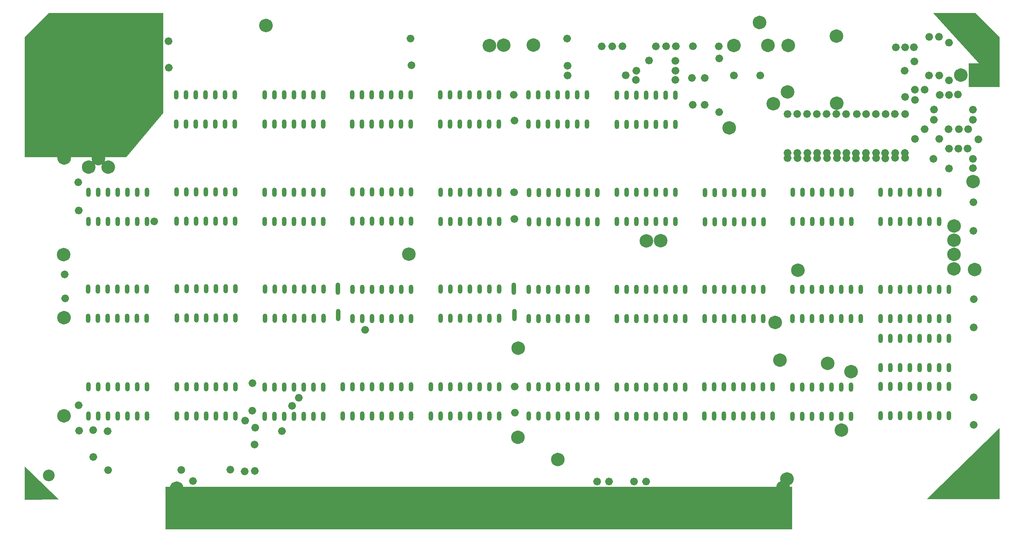
<source format=gts>
G04 #@! TF.GenerationSoftware,KiCad,Pcbnew,8.0.6*
G04 #@! TF.CreationDate,2024-10-27T13:27:24-07:00*
G04 #@! TF.ProjectId,Dazzler1 Rev D,44617a7a-6c65-4723-9120-52657620442e,rev?*
G04 #@! TF.SameCoordinates,Original*
G04 #@! TF.FileFunction,Soldermask,Top*
G04 #@! TF.FilePolarity,Negative*
%FSLAX46Y46*%
G04 Gerber Fmt 4.6, Leading zero omitted, Abs format (unit mm)*
G04 Created by KiCad (PCBNEW 8.0.6) date 2024-10-27 13:27:24*
%MOMM*%
%LPD*%
G01*
G04 APERTURE LIST*
%ADD10C,0.100000*%
%ADD11C,1.800000*%
%ADD12C,1.050000*%
%ADD13O,1.200000X2.400000*%
%ADD14C,3.048000*%
%ADD15O,1.200000X3.200000*%
%ADD16O,3.500000X3.500000*%
%ADD17C,1.905000*%
%ADD18O,1.905000X2.000000*%
%ADD19R,1.778000X8.382000*%
G04 APERTURE END LIST*
D10*
X57500000Y-149000000D02*
X220500000Y-149000000D01*
X220500000Y-160000000D01*
X57500000Y-160000000D01*
X57500000Y-149000000D01*
G36*
X57500000Y-149000000D02*
G01*
X220500000Y-149000000D01*
X220500000Y-160000000D01*
X57500000Y-160000000D01*
X57500000Y-149000000D01*
G37*
D11*
X61275800Y-149377400D02*
G75*
G02*
X59475800Y-149377400I-900000J0D01*
G01*
X59475800Y-149377400D02*
G75*
G02*
X61275800Y-149377400I900000J0D01*
G01*
X219162200Y-149174200D02*
G75*
G02*
X217362200Y-149174200I-900000J0D01*
G01*
X217362200Y-149174200D02*
G75*
G02*
X219162200Y-149174200I900000J0D01*
G01*
X220178200Y-146989800D02*
G75*
G02*
X218378200Y-146989800I-900000J0D01*
G01*
X218378200Y-146989800D02*
G75*
G02*
X220178200Y-146989800I900000J0D01*
G01*
X43445000Y-65674600D02*
G75*
G02*
X41645000Y-65674600I-900000J0D01*
G01*
X41645000Y-65674600D02*
G75*
G02*
X43445000Y-65674600I900000J0D01*
G01*
X40905000Y-63474600D02*
G75*
G02*
X39105000Y-63474600I-900000J0D01*
G01*
X39105000Y-63474600D02*
G75*
G02*
X40905000Y-63474600I900000J0D01*
G01*
X31938800Y-130530600D02*
G75*
G02*
X30138800Y-130530600I-900000J0D01*
G01*
X30138800Y-130530600D02*
G75*
G02*
X31938800Y-130530600I900000J0D01*
G01*
X31938800Y-104927400D02*
G75*
G02*
X30138800Y-104927400I-900000J0D01*
G01*
X30138800Y-104927400D02*
G75*
G02*
X31938800Y-104927400I900000J0D01*
G01*
X31837200Y-88493600D02*
G75*
G02*
X30037200Y-88493600I-900000J0D01*
G01*
X30037200Y-88493600D02*
G75*
G02*
X31837200Y-88493600I900000J0D01*
G01*
X31989600Y-63296800D02*
G75*
G02*
X30189600Y-63296800I-900000J0D01*
G01*
X30189600Y-63296800D02*
G75*
G02*
X31989600Y-63296800I900000J0D01*
G01*
X38365000Y-65674600D02*
G75*
G02*
X36565000Y-65674600I-900000J0D01*
G01*
X36565000Y-65674600D02*
G75*
G02*
X38365000Y-65674600I900000J0D01*
G01*
X216622200Y-49149000D02*
G75*
G02*
X214822200Y-49149000I-900000J0D01*
G01*
X214822200Y-49149000D02*
G75*
G02*
X216622200Y-49149000I900000J0D01*
G01*
X220330600Y-46075600D02*
G75*
G02*
X218530600Y-46075600I-900000J0D01*
G01*
X218530600Y-46075600D02*
G75*
G02*
X220330600Y-46075600I900000J0D01*
G01*
X233132200Y-49022000D02*
G75*
G02*
X231332200Y-49022000I-900000J0D01*
G01*
X231332200Y-49022000D02*
G75*
G02*
X233132200Y-49022000I900000J0D01*
G01*
X220330600Y-46075600D02*
G75*
G02*
X218530600Y-46075600I-900000J0D01*
G01*
X218530600Y-46075600D02*
G75*
G02*
X220330600Y-46075600I900000J0D01*
G01*
X220508400Y-33959800D02*
G75*
G02*
X218708400Y-33959800I-900000J0D01*
G01*
X218708400Y-33959800D02*
G75*
G02*
X220508400Y-33959800I900000J0D01*
G01*
D12*
X222546400Y-63322200D02*
G75*
G02*
X221496400Y-63322200I-525000J0D01*
G01*
X221496400Y-63322200D02*
G75*
G02*
X222546400Y-63322200I525000J0D01*
G01*
X55058800Y-79832200D02*
G75*
G02*
X54008800Y-79832200I-525000J0D01*
G01*
X54008800Y-79832200D02*
G75*
G02*
X55058800Y-79832200I525000J0D01*
G01*
X245482600Y-51841400D02*
G75*
G02*
X244432600Y-51841400I-525000J0D01*
G01*
X244432600Y-51841400D02*
G75*
G02*
X245482600Y-51841400I525000J0D01*
G01*
X148759400Y-72237600D02*
G75*
G02*
X147709400Y-72237600I-525000J0D01*
G01*
X147709400Y-72237600D02*
G75*
G02*
X148759400Y-72237600I525000J0D01*
G01*
X261992600Y-60858400D02*
G75*
G02*
X260942600Y-60858400I-525000J0D01*
G01*
X260942600Y-60858400D02*
G75*
G02*
X261992600Y-60858400I525000J0D01*
G01*
X253128000Y-48158400D02*
G75*
G02*
X252078000Y-48158400I-525000J0D01*
G01*
X252078000Y-48158400D02*
G75*
G02*
X253128000Y-48158400I525000J0D01*
G01*
X78731600Y-131775200D02*
G75*
G02*
X77681600Y-131775200I-525000J0D01*
G01*
X77681600Y-131775200D02*
G75*
G02*
X78731600Y-131775200I525000J0D01*
G01*
X170374800Y-147650200D02*
G75*
G02*
X169324800Y-147650200I-525000J0D01*
G01*
X169324800Y-147650200D02*
G75*
G02*
X170374800Y-147650200I525000J0D01*
G01*
X177817000Y-41732200D02*
G75*
G02*
X176767000Y-41732200I-525000J0D01*
G01*
X176767000Y-41732200D02*
G75*
G02*
X177817000Y-41732200I525000J0D01*
G01*
X237735600Y-62026800D02*
G75*
G02*
X236685600Y-62026800I-525000J0D01*
G01*
X236685600Y-62026800D02*
G75*
G02*
X237735600Y-62026800I525000J0D01*
G01*
X195063600Y-42418000D02*
G75*
G02*
X194013600Y-42418000I-525000J0D01*
G01*
X194013600Y-42418000D02*
G75*
G02*
X195063600Y-42418000I525000J0D01*
G01*
X222470200Y-51816000D02*
G75*
G02*
X221420200Y-51816000I-525000J0D01*
G01*
X221420200Y-51816000D02*
G75*
G02*
X222470200Y-51816000I525000J0D01*
G01*
X39158400Y-134239000D02*
G75*
G02*
X38108400Y-134239000I-525000J0D01*
G01*
X38108400Y-134239000D02*
G75*
G02*
X39158400Y-134239000I525000J0D01*
G01*
X227651800Y-63322200D02*
G75*
G02*
X226601800Y-63322200I-525000J0D01*
G01*
X226601800Y-63322200D02*
G75*
G02*
X227651800Y-63322200I525000J0D01*
G01*
X148657800Y-46812200D02*
G75*
G02*
X147607800Y-46812200I-525000J0D01*
G01*
X147607800Y-46812200D02*
G75*
G02*
X148657800Y-46812200I525000J0D01*
G01*
X245355600Y-61976000D02*
G75*
G02*
X244305600Y-61976000I-525000J0D01*
G01*
X244305600Y-61976000D02*
G75*
G02*
X245355600Y-61976000I525000J0D01*
G01*
X242942600Y-51841400D02*
G75*
G02*
X241892600Y-51841400I-525000J0D01*
G01*
X241892600Y-51841400D02*
G75*
G02*
X242942600Y-51841400I525000J0D01*
G01*
X268215600Y-65938400D02*
G75*
G02*
X267165600Y-65938400I-525000J0D01*
G01*
X267165600Y-65938400D02*
G75*
G02*
X268215600Y-65938400I525000J0D01*
G01*
X81347800Y-133604000D02*
G75*
G02*
X80297800Y-133604000I-525000J0D01*
G01*
X80297800Y-133604000D02*
G75*
G02*
X81347800Y-133604000I525000J0D01*
G01*
X185665600Y-34188400D02*
G75*
G02*
X184615600Y-34188400I-525000J0D01*
G01*
X184615600Y-34188400D02*
G75*
G02*
X185665600Y-34188400I525000J0D01*
G01*
X121784600Y-32156400D02*
G75*
G02*
X120734600Y-32156400I-525000J0D01*
G01*
X120734600Y-32156400D02*
G75*
G02*
X121784600Y-32156400I525000J0D01*
G01*
X190745600Y-37973000D02*
G75*
G02*
X189695600Y-37973000I-525000J0D01*
G01*
X189695600Y-37973000D02*
G75*
G02*
X190745600Y-37973000I525000J0D01*
G01*
X65142600Y-147523200D02*
G75*
G02*
X64092600Y-147523200I-525000J0D01*
G01*
X64092600Y-147523200D02*
G75*
G02*
X65142600Y-147523200I525000J0D01*
G01*
X205985600Y-41783000D02*
G75*
G02*
X204935600Y-41783000I-525000J0D01*
G01*
X204935600Y-41783000D02*
G75*
G02*
X205985600Y-41783000I525000J0D01*
G01*
X148962600Y-129692400D02*
G75*
G02*
X147912600Y-129692400I-525000J0D01*
G01*
X147912600Y-129692400D02*
G75*
G02*
X148962600Y-129692400I525000J0D01*
G01*
X253102600Y-45491400D02*
G75*
G02*
X252052600Y-45491400I-525000J0D01*
G01*
X252052600Y-45491400D02*
G75*
G02*
X253102600Y-45491400I525000J0D01*
G01*
X242993400Y-61950600D02*
G75*
G02*
X241943400Y-61950600I-525000J0D01*
G01*
X241943400Y-61950600D02*
G75*
G02*
X242993400Y-61950600I525000J0D01*
G01*
X162678600Y-41783000D02*
G75*
G02*
X161628600Y-41783000I-525000J0D01*
G01*
X161628600Y-41783000D02*
G75*
G02*
X162678600Y-41783000I525000J0D01*
G01*
X148835600Y-79197200D02*
G75*
G02*
X147785600Y-79197200I-525000J0D01*
G01*
X147785600Y-79197200D02*
G75*
G02*
X148835600Y-79197200I525000J0D01*
G01*
X255642600Y-55778400D02*
G75*
G02*
X254592600Y-55778400I-525000J0D01*
G01*
X254592600Y-55778400D02*
G75*
G02*
X255642600Y-55778400I525000J0D01*
G01*
X180585600Y-40538400D02*
G75*
G02*
X179535600Y-40538400I-525000J0D01*
G01*
X179535600Y-40538400D02*
G75*
G02*
X180585600Y-40538400I525000J0D01*
G01*
X225111800Y-61976000D02*
G75*
G02*
X224061800Y-61976000I-525000J0D01*
G01*
X224061800Y-61976000D02*
G75*
G02*
X225111800Y-61976000I525000J0D01*
G01*
X252848600Y-34417000D02*
G75*
G02*
X251798600Y-34417000I-525000J0D01*
G01*
X251798600Y-34417000D02*
G75*
G02*
X252848600Y-34417000I525000J0D01*
G01*
X92701600Y-125806200D02*
G75*
G02*
X91651600Y-125806200I-525000J0D01*
G01*
X91651600Y-125806200D02*
G75*
G02*
X92701600Y-125806200I525000J0D01*
G01*
X171568600Y-34188400D02*
G75*
G02*
X170518600Y-34188400I-525000J0D01*
G01*
X170518600Y-34188400D02*
G75*
G02*
X171568600Y-34188400I525000J0D01*
G01*
X261865600Y-55778400D02*
G75*
G02*
X260815600Y-55778400I-525000J0D01*
G01*
X260815600Y-55778400D02*
G75*
G02*
X261865600Y-55778400I525000J0D01*
G01*
X268418800Y-107467400D02*
G75*
G02*
X267368800Y-107467400I-525000J0D01*
G01*
X267368800Y-107467400D02*
G75*
G02*
X268418800Y-107467400I525000J0D01*
G01*
X230115600Y-51816000D02*
G75*
G02*
X229065600Y-51816000I-525000J0D01*
G01*
X229065600Y-51816000D02*
G75*
G02*
X230115600Y-51816000I525000J0D01*
G01*
X180458600Y-42951400D02*
G75*
G02*
X179408600Y-42951400I-525000J0D01*
G01*
X179408600Y-42951400D02*
G75*
G02*
X180458600Y-42951400I525000J0D01*
G01*
X259579600Y-46863000D02*
G75*
G02*
X258529600Y-46863000I-525000J0D01*
G01*
X258529600Y-46863000D02*
G75*
G02*
X259579600Y-46863000I525000J0D01*
G01*
X259376400Y-31699200D02*
G75*
G02*
X258326400Y-31699200I-525000J0D01*
G01*
X258326400Y-31699200D02*
G75*
G02*
X259376400Y-31699200I525000J0D01*
G01*
X225035600Y-51816000D02*
G75*
G02*
X223985600Y-51816000I-525000J0D01*
G01*
X223985600Y-51816000D02*
G75*
G02*
X225035600Y-51816000I525000J0D01*
G01*
X232833400Y-63322200D02*
G75*
G02*
X231783400Y-63322200I-525000J0D01*
G01*
X231783400Y-63322200D02*
G75*
G02*
X232833400Y-63322200I525000J0D01*
G01*
X261992600Y-43053000D02*
G75*
G02*
X260942600Y-43053000I-525000J0D01*
G01*
X260942600Y-43053000D02*
G75*
G02*
X261992600Y-43053000I525000J0D01*
G01*
X190745600Y-42926000D02*
G75*
G02*
X189695600Y-42926000I-525000J0D01*
G01*
X189695600Y-42926000D02*
G75*
G02*
X190745600Y-42926000I525000J0D01*
G01*
X261992600Y-66040000D02*
G75*
G02*
X260942600Y-66040000I-525000J0D01*
G01*
X260942600Y-66040000D02*
G75*
G02*
X261992600Y-66040000I525000J0D01*
G01*
X188332600Y-34163000D02*
G75*
G02*
X187282600Y-34163000I-525000J0D01*
G01*
X187282600Y-34163000D02*
G75*
G02*
X188332600Y-34163000I525000J0D01*
G01*
X256836400Y-31724600D02*
G75*
G02*
X255786400Y-31724600I-525000J0D01*
G01*
X255786400Y-31724600D02*
G75*
G02*
X256836400Y-31724600I525000J0D01*
G01*
X261992600Y-33223200D02*
G75*
G02*
X260942600Y-33223200I-525000J0D01*
G01*
X260942600Y-33223200D02*
G75*
G02*
X261992600Y-33223200I525000J0D01*
G01*
X35399200Y-76987400D02*
G75*
G02*
X34349200Y-76987400I-525000J0D01*
G01*
X34349200Y-76987400D02*
G75*
G02*
X35399200Y-76987400I525000J0D01*
G01*
X258081000Y-50673000D02*
G75*
G02*
X257031000Y-50673000I-525000J0D01*
G01*
X257031000Y-50673000D02*
G75*
G02*
X258081000Y-50673000I525000J0D01*
G01*
X162551600Y-32156400D02*
G75*
G02*
X161501600Y-32156400I-525000J0D01*
G01*
X161501600Y-32156400D02*
G75*
G02*
X162551600Y-32156400I525000J0D01*
G01*
X250562600Y-51841400D02*
G75*
G02*
X249512600Y-51841400I-525000J0D01*
G01*
X249512600Y-51841400D02*
G75*
G02*
X250562600Y-51841400I525000J0D01*
G01*
X62094600Y-144627600D02*
G75*
G02*
X61044600Y-144627600I-525000J0D01*
G01*
X61044600Y-144627600D02*
G75*
G02*
X62094600Y-144627600I525000J0D01*
G01*
X243018800Y-63322200D02*
G75*
G02*
X241968800Y-63322200I-525000J0D01*
G01*
X241968800Y-63322200D02*
G75*
G02*
X243018800Y-63322200I525000J0D01*
G01*
X261992600Y-46863000D02*
G75*
G02*
X260942600Y-46863000I-525000J0D01*
G01*
X260942600Y-46863000D02*
G75*
G02*
X261992600Y-46863000I525000J0D01*
G01*
X232655600Y-51816000D02*
G75*
G02*
X231605600Y-51816000I-525000J0D01*
G01*
X231605600Y-51816000D02*
G75*
G02*
X232655600Y-51816000I525000J0D01*
G01*
X268215600Y-53340000D02*
G75*
G02*
X267165600Y-53340000I-525000J0D01*
G01*
X267165600Y-53340000D02*
G75*
G02*
X268215600Y-53340000I525000J0D01*
G01*
X195266800Y-49428400D02*
G75*
G02*
X194216800Y-49428400I-525000J0D01*
G01*
X194216800Y-49428400D02*
G75*
G02*
X195266800Y-49428400I525000J0D01*
G01*
X173473600Y-147650200D02*
G75*
G02*
X172423600Y-147650200I-525000J0D01*
G01*
X172423600Y-147650200D02*
G75*
G02*
X173473600Y-147650200I525000J0D01*
G01*
X35373800Y-127762000D02*
G75*
G02*
X34323800Y-127762000I-525000J0D01*
G01*
X34323800Y-127762000D02*
G75*
G02*
X35373800Y-127762000I525000J0D01*
G01*
X247946400Y-63246000D02*
G75*
G02*
X246896400Y-63246000I-525000J0D01*
G01*
X246896400Y-63246000D02*
G75*
G02*
X247946400Y-63246000I525000J0D01*
G01*
X230242600Y-63322200D02*
G75*
G02*
X229192600Y-63322200I-525000J0D01*
G01*
X229192600Y-63322200D02*
G75*
G02*
X230242600Y-63322200I525000J0D01*
G01*
X240351800Y-63322200D02*
G75*
G02*
X239301800Y-63322200I-525000J0D01*
G01*
X239301800Y-63322200D02*
G75*
G02*
X240351800Y-63322200I525000J0D01*
G01*
X39183800Y-141249400D02*
G75*
G02*
X38133800Y-141249400I-525000J0D01*
G01*
X38133800Y-141249400D02*
G75*
G02*
X39183800Y-141249400I525000J0D01*
G01*
X268342600Y-74828400D02*
G75*
G02*
X267292600Y-74828400I-525000J0D01*
G01*
X267292600Y-74828400D02*
G75*
G02*
X268342600Y-74828400I525000J0D01*
G01*
X245406400Y-63398400D02*
G75*
G02*
X244356400Y-63398400I-525000J0D01*
G01*
X244356400Y-63398400D02*
G75*
G02*
X245406400Y-63398400I525000J0D01*
G01*
X247895600Y-51816000D02*
G75*
G02*
X246845600Y-51816000I-525000J0D01*
G01*
X246845600Y-51816000D02*
G75*
G02*
X247895600Y-51816000I525000J0D01*
G01*
X268418800Y-132867400D02*
G75*
G02*
X267368800Y-132867400I-525000J0D01*
G01*
X267368800Y-132867400D02*
G75*
G02*
X268418800Y-132867400I525000J0D01*
G01*
X237761000Y-63398400D02*
G75*
G02*
X236711000Y-63398400I-525000J0D01*
G01*
X236711000Y-63398400D02*
G75*
G02*
X237761000Y-63398400I525000J0D01*
G01*
X225111800Y-63398400D02*
G75*
G02*
X224061800Y-63398400I-525000J0D01*
G01*
X224061800Y-63398400D02*
G75*
G02*
X225111800Y-63398400I525000J0D01*
G01*
X269638000Y-58445400D02*
G75*
G02*
X268588000Y-58445400I-525000J0D01*
G01*
X268588000Y-58445400D02*
G75*
G02*
X269638000Y-58445400I525000J0D01*
G01*
X81246200Y-144881600D02*
G75*
G02*
X80196200Y-144881600I-525000J0D01*
G01*
X80196200Y-144881600D02*
G75*
G02*
X81246200Y-144881600I525000J0D01*
G01*
X88307400Y-134493000D02*
G75*
G02*
X87257400Y-134493000I-525000J0D01*
G01*
X87257400Y-134493000D02*
G75*
G02*
X88307400Y-134493000I525000J0D01*
G01*
X148911800Y-122885200D02*
G75*
G02*
X147861800Y-122885200I-525000J0D01*
G01*
X147861800Y-122885200D02*
G75*
G02*
X148911800Y-122885200I525000J0D01*
G01*
X235271800Y-61976000D02*
G75*
G02*
X234221800Y-61976000I-525000J0D01*
G01*
X234221800Y-61976000D02*
G75*
G02*
X235271800Y-61976000I525000J0D01*
G01*
X219955600Y-61976000D02*
G75*
G02*
X218905600Y-61976000I-525000J0D01*
G01*
X218905600Y-61976000D02*
G75*
G02*
X219955600Y-61976000I525000J0D01*
G01*
X198365600Y-49428400D02*
G75*
G02*
X197315600Y-49428400I-525000J0D01*
G01*
X197315600Y-49428400D02*
G75*
G02*
X198365600Y-49428400I525000J0D01*
G01*
X259452600Y-58318400D02*
G75*
G02*
X258402600Y-58318400I-525000J0D01*
G01*
X258402600Y-58318400D02*
G75*
G02*
X259452600Y-58318400I525000J0D01*
G01*
X258055600Y-53340000D02*
G75*
G02*
X257005600Y-53340000I-525000J0D01*
G01*
X257005600Y-53340000D02*
G75*
G02*
X258055600Y-53340000I525000J0D01*
G01*
X195317600Y-34163000D02*
G75*
G02*
X194267600Y-34163000I-525000J0D01*
G01*
X194267600Y-34163000D02*
G75*
G02*
X195317600Y-34163000I525000J0D01*
G01*
X227575600Y-51841400D02*
G75*
G02*
X226525600Y-51841400I-525000J0D01*
G01*
X226525600Y-51841400D02*
G75*
G02*
X227575600Y-51841400I525000J0D01*
G01*
X80636600Y-121996200D02*
G75*
G02*
X79586600Y-121996200I-525000J0D01*
G01*
X79586600Y-121996200D02*
G75*
G02*
X80636600Y-121996200I525000J0D01*
G01*
X250562600Y-63271400D02*
G75*
G02*
X249512600Y-63271400I-525000J0D01*
G01*
X249512600Y-63271400D02*
G75*
G02*
X250562600Y-63271400I525000J0D01*
G01*
X202048600Y-34188400D02*
G75*
G02*
X200998600Y-34188400I-525000J0D01*
G01*
X200998600Y-34188400D02*
G75*
G02*
X202048600Y-34188400I525000J0D01*
G01*
X255642600Y-45491400D02*
G75*
G02*
X254592600Y-45491400I-525000J0D01*
G01*
X254592600Y-45491400D02*
G75*
G02*
X255642600Y-45491400I525000J0D01*
G01*
X253128000Y-58318400D02*
G75*
G02*
X252078000Y-58318400I-525000J0D01*
G01*
X252078000Y-58318400D02*
G75*
G02*
X253128000Y-58318400I525000J0D01*
G01*
X80585800Y-129184400D02*
G75*
G02*
X79535800Y-129184400I-525000J0D01*
G01*
X79535800Y-129184400D02*
G75*
G02*
X80585800Y-129184400I525000J0D01*
G01*
X31868600Y-99898200D02*
G75*
G02*
X30818600Y-99898200I-525000J0D01*
G01*
X30818600Y-99898200D02*
G75*
G02*
X31868600Y-99898200I525000J0D01*
G01*
X109973600Y-108102400D02*
G75*
G02*
X108923600Y-108102400I-525000J0D01*
G01*
X108923600Y-108102400D02*
G75*
G02*
X109973600Y-108102400I525000J0D01*
G01*
X266818600Y-60833000D02*
G75*
G02*
X265768600Y-60833000I-525000J0D01*
G01*
X265768600Y-60833000D02*
G75*
G02*
X266818600Y-60833000I525000J0D01*
G01*
X235195600Y-51841400D02*
G75*
G02*
X234145600Y-51841400I-525000J0D01*
G01*
X234145600Y-51841400D02*
G75*
G02*
X235195600Y-51841400I525000J0D01*
G01*
X90949000Y-127914400D02*
G75*
G02*
X89899000Y-127914400I-525000J0D01*
G01*
X89899000Y-127914400D02*
G75*
G02*
X90949000Y-127914400I525000J0D01*
G01*
X268215600Y-63525400D02*
G75*
G02*
X267165600Y-63525400I-525000J0D01*
G01*
X267165600Y-63525400D02*
G75*
G02*
X268215600Y-63525400I525000J0D01*
G01*
X179976000Y-147650200D02*
G75*
G02*
X178926000Y-147650200I-525000J0D01*
G01*
X178926000Y-147650200D02*
G75*
G02*
X179976000Y-147650200I525000J0D01*
G01*
X202150200Y-51333400D02*
G75*
G02*
X201100200Y-51333400I-525000J0D01*
G01*
X201100200Y-51333400D02*
G75*
G02*
X202150200Y-51333400I525000J0D01*
G01*
X198391000Y-42443400D02*
G75*
G02*
X197341000Y-42443400I-525000J0D01*
G01*
X197341000Y-42443400D02*
G75*
G02*
X198391000Y-42443400I525000J0D01*
G01*
X250562600Y-34442400D02*
G75*
G02*
X249512600Y-34442400I-525000J0D01*
G01*
X249512600Y-34442400D02*
G75*
G02*
X250562600Y-34442400I525000J0D01*
G01*
X190771000Y-40538400D02*
G75*
G02*
X189721000Y-40538400I-525000J0D01*
G01*
X189721000Y-40538400D02*
G75*
G02*
X190771000Y-40538400I525000J0D01*
G01*
X202175600Y-37338000D02*
G75*
G02*
X201125600Y-37338000I-525000J0D01*
G01*
X201125600Y-37338000D02*
G75*
G02*
X202175600Y-37338000I525000J0D01*
G01*
X183125600Y-147650200D02*
G75*
G02*
X182075600Y-147650200I-525000J0D01*
G01*
X182075600Y-147650200D02*
G75*
G02*
X183125600Y-147650200I525000J0D01*
G01*
X212843600Y-41783000D02*
G75*
G02*
X211793600Y-41783000I-525000J0D01*
G01*
X211793600Y-41783000D02*
G75*
G02*
X212843600Y-41783000I525000J0D01*
G01*
X190872600Y-34163000D02*
G75*
G02*
X189822600Y-34163000I-525000J0D01*
G01*
X189822600Y-34163000D02*
G75*
G02*
X190872600Y-34163000I525000J0D01*
G01*
X219955600Y-63322200D02*
G75*
G02*
X218905600Y-63322200I-525000J0D01*
G01*
X218905600Y-63322200D02*
G75*
G02*
X219955600Y-63322200I525000J0D01*
G01*
X43044600Y-144678400D02*
G75*
G02*
X41994600Y-144678400I-525000J0D01*
G01*
X41994600Y-144678400D02*
G75*
G02*
X43044600Y-144678400I525000J0D01*
G01*
X78604600Y-145008600D02*
G75*
G02*
X77554600Y-145008600I-525000J0D01*
G01*
X77554600Y-145008600D02*
G75*
G02*
X78604600Y-145008600I525000J0D01*
G01*
X174311800Y-34188400D02*
G75*
G02*
X173261800Y-34188400I-525000J0D01*
G01*
X173261800Y-34188400D02*
G75*
G02*
X174311800Y-34188400I525000J0D01*
G01*
X74870800Y-144551400D02*
G75*
G02*
X73820800Y-144551400I-525000J0D01*
G01*
X73820800Y-144551400D02*
G75*
G02*
X74870800Y-144551400I525000J0D01*
G01*
X31741600Y-93649800D02*
G75*
G02*
X30691600Y-93649800I-525000J0D01*
G01*
X30691600Y-93649800D02*
G75*
G02*
X31741600Y-93649800I525000J0D01*
G01*
X268418800Y-125679200D02*
G75*
G02*
X267368800Y-125679200I-525000J0D01*
G01*
X267368800Y-125679200D02*
G75*
G02*
X268418800Y-125679200I525000J0D01*
G01*
X259452600Y-41783000D02*
G75*
G02*
X258402600Y-41783000I-525000J0D01*
G01*
X258402600Y-41783000D02*
G75*
G02*
X259452600Y-41783000I525000J0D01*
G01*
X264431000Y-60858400D02*
G75*
G02*
X263381000Y-60858400I-525000J0D01*
G01*
X263381000Y-60858400D02*
G75*
G02*
X264431000Y-60858400I525000J0D01*
G01*
X248149600Y-34442400D02*
G75*
G02*
X247099600Y-34442400I-525000J0D01*
G01*
X247099600Y-34442400D02*
G75*
G02*
X248149600Y-34442400I525000J0D01*
G01*
X268444200Y-100101400D02*
G75*
G02*
X267394200Y-100101400I-525000J0D01*
G01*
X267394200Y-100101400D02*
G75*
G02*
X268444200Y-100101400I525000J0D01*
G01*
X247971800Y-62001400D02*
G75*
G02*
X246921800Y-62001400I-525000J0D01*
G01*
X246921800Y-62001400D02*
G75*
G02*
X247971800Y-62001400I525000J0D01*
G01*
X268215600Y-50698400D02*
G75*
G02*
X267165600Y-50698400I-525000J0D01*
G01*
X267165600Y-50698400D02*
G75*
G02*
X268215600Y-50698400I525000J0D01*
G01*
X237989600Y-51841400D02*
G75*
G02*
X236939600Y-51841400I-525000J0D01*
G01*
X236939600Y-51841400D02*
G75*
G02*
X237989600Y-51841400I525000J0D01*
G01*
X252975600Y-38125400D02*
G75*
G02*
X251925600Y-38125400I-525000J0D01*
G01*
X251925600Y-38125400D02*
G75*
G02*
X252975600Y-38125400I525000J0D01*
G01*
X148861000Y-53543200D02*
G75*
G02*
X147811000Y-53543200I-525000J0D01*
G01*
X147811000Y-53543200D02*
G75*
G02*
X148861000Y-53543200I525000J0D01*
G01*
X222495600Y-61976000D02*
G75*
G02*
X221445600Y-61976000I-525000J0D01*
G01*
X221445600Y-61976000D02*
G75*
G02*
X222495600Y-61976000I525000J0D01*
G01*
X257928600Y-63525400D02*
G75*
G02*
X256878600Y-63525400I-525000J0D01*
G01*
X256878600Y-63525400D02*
G75*
G02*
X257928600Y-63525400I525000J0D01*
G01*
X240402600Y-51841400D02*
G75*
G02*
X239352600Y-51841400I-525000J0D01*
G01*
X239352600Y-51841400D02*
G75*
G02*
X240402600Y-51841400I525000J0D01*
G01*
X227651800Y-61976000D02*
G75*
G02*
X226601800Y-61976000I-525000J0D01*
G01*
X226601800Y-61976000D02*
G75*
G02*
X227651800Y-61976000I525000J0D01*
G01*
X42917600Y-134518400D02*
G75*
G02*
X41867600Y-134518400I-525000J0D01*
G01*
X41867600Y-134518400D02*
G75*
G02*
X42917600Y-134518400I525000J0D01*
G01*
X232808000Y-61976000D02*
G75*
G02*
X231758000Y-61976000I-525000J0D01*
G01*
X231758000Y-61976000D02*
G75*
G02*
X232808000Y-61976000I525000J0D01*
G01*
X256785600Y-41783000D02*
G75*
G02*
X255735600Y-41783000I-525000J0D01*
G01*
X255735600Y-41783000D02*
G75*
G02*
X256785600Y-41783000I525000J0D01*
G01*
X81170000Y-137998200D02*
G75*
G02*
X80120000Y-137998200I-525000J0D01*
G01*
X80120000Y-137998200D02*
G75*
G02*
X81170000Y-137998200I525000J0D01*
G01*
X58767200Y-32842200D02*
G75*
G02*
X57717200Y-32842200I-525000J0D01*
G01*
X57717200Y-32842200D02*
G75*
G02*
X58767200Y-32842200I525000J0D01*
G01*
X35272200Y-69621400D02*
G75*
G02*
X34222200Y-69621400I-525000J0D01*
G01*
X34222200Y-69621400D02*
G75*
G02*
X35272200Y-69621400I525000J0D01*
G01*
X250435600Y-40538400D02*
G75*
G02*
X249385600Y-40538400I-525000J0D01*
G01*
X249385600Y-40538400D02*
G75*
G02*
X250435600Y-40538400I525000J0D01*
G01*
X176953400Y-34163000D02*
G75*
G02*
X175903400Y-34163000I-525000J0D01*
G01*
X175903400Y-34163000D02*
G75*
G02*
X176953400Y-34163000I525000J0D01*
G01*
X266971000Y-55778400D02*
G75*
G02*
X265921000Y-55778400I-525000J0D01*
G01*
X265921000Y-55778400D02*
G75*
G02*
X266971000Y-55778400I525000J0D01*
G01*
X58843400Y-39751000D02*
G75*
G02*
X57793400Y-39751000I-525000J0D01*
G01*
X57793400Y-39751000D02*
G75*
G02*
X58843400Y-39751000I525000J0D01*
G01*
X219955600Y-51841400D02*
G75*
G02*
X218905600Y-51841400I-525000J0D01*
G01*
X218905600Y-51841400D02*
G75*
G02*
X219955600Y-51841400I525000J0D01*
G01*
X250486400Y-61976000D02*
G75*
G02*
X249436400Y-61976000I-525000J0D01*
G01*
X249436400Y-61976000D02*
G75*
G02*
X250486400Y-61976000I525000J0D01*
G01*
X230191800Y-61976000D02*
G75*
G02*
X229141800Y-61976000I-525000J0D01*
G01*
X229141800Y-61976000D02*
G75*
G02*
X230191800Y-61976000I525000J0D01*
G01*
X240351800Y-61976000D02*
G75*
G02*
X239301800Y-61976000I-525000J0D01*
G01*
X239301800Y-61976000D02*
G75*
G02*
X240351800Y-61976000I525000J0D01*
G01*
X250562600Y-47371000D02*
G75*
G02*
X249512600Y-47371000I-525000J0D01*
G01*
X249512600Y-47371000D02*
G75*
G02*
X250562600Y-47371000I525000J0D01*
G01*
X183887600Y-37871400D02*
G75*
G02*
X182837600Y-37871400I-525000J0D01*
G01*
X182837600Y-37871400D02*
G75*
G02*
X183887600Y-37871400I525000J0D01*
G01*
X264558000Y-55778400D02*
G75*
G02*
X263508000Y-55778400I-525000J0D01*
G01*
X263508000Y-55778400D02*
G75*
G02*
X264558000Y-55778400I525000J0D01*
G01*
X35500800Y-134391400D02*
G75*
G02*
X34450800Y-134391400I-525000J0D01*
G01*
X34450800Y-134391400D02*
G75*
G02*
X35500800Y-134391400I525000J0D01*
G01*
X122038600Y-39116000D02*
G75*
G02*
X120988600Y-39116000I-525000J0D01*
G01*
X120988600Y-39116000D02*
G75*
G02*
X122038600Y-39116000I525000J0D01*
G01*
X264304000Y-46736000D02*
G75*
G02*
X263254000Y-46736000I-525000J0D01*
G01*
X263254000Y-46736000D02*
G75*
G02*
X264304000Y-46736000I525000J0D01*
G01*
X162678600Y-39243000D02*
G75*
G02*
X161628600Y-39243000I-525000J0D01*
G01*
X161628600Y-39243000D02*
G75*
G02*
X162678600Y-39243000I525000J0D01*
G01*
X268342600Y-82296000D02*
G75*
G02*
X267292600Y-82296000I-525000J0D01*
G01*
X267292600Y-82296000D02*
G75*
G02*
X268342600Y-82296000I525000J0D01*
G01*
X235271800Y-63322200D02*
G75*
G02*
X234221800Y-63322200I-525000J0D01*
G01*
X234221800Y-63322200D02*
G75*
G02*
X235271800Y-63322200I525000J0D01*
G01*
D11*
X263663000Y-88417400D02*
G75*
G02*
X261863000Y-88417400I-900000J0D01*
G01*
X261863000Y-88417400D02*
G75*
G02*
X263663000Y-88417400I900000J0D01*
G01*
X206360600Y-33959800D02*
G75*
G02*
X204560600Y-33959800I-900000J0D01*
G01*
X204560600Y-33959800D02*
G75*
G02*
X206360600Y-33959800I900000J0D01*
G01*
X263688400Y-81026000D02*
G75*
G02*
X261888400Y-81026000I-900000J0D01*
G01*
X261888400Y-81026000D02*
G75*
G02*
X263688400Y-81026000I900000J0D01*
G01*
X215225200Y-33934400D02*
G75*
G02*
X213425200Y-33934400I-900000J0D01*
G01*
X213425200Y-33934400D02*
G75*
G02*
X215225200Y-33934400I900000J0D01*
G01*
X234351400Y-134239000D02*
G75*
G02*
X232551400Y-134239000I-900000J0D01*
G01*
X232551400Y-134239000D02*
G75*
G02*
X234351400Y-134239000I900000J0D01*
G01*
X142708200Y-33985200D02*
G75*
G02*
X140908200Y-33985200I-900000J0D01*
G01*
X140908200Y-33985200D02*
G75*
G02*
X142708200Y-33985200I900000J0D01*
G01*
X187285200Y-84861400D02*
G75*
G02*
X185485200Y-84861400I-900000J0D01*
G01*
X185485200Y-84861400D02*
G75*
G02*
X187285200Y-84861400I900000J0D01*
G01*
X150201200Y-112877600D02*
G75*
G02*
X148401200Y-112877600I-900000J0D01*
G01*
X148401200Y-112877600D02*
G75*
G02*
X150201200Y-112877600I900000J0D01*
G01*
X263637600Y-92202000D02*
G75*
G02*
X261837600Y-92202000I-900000J0D01*
G01*
X261837600Y-92202000D02*
G75*
G02*
X263637600Y-92202000I900000J0D01*
G01*
X154163600Y-33858200D02*
G75*
G02*
X152363600Y-33858200I-900000J0D01*
G01*
X152363600Y-33858200D02*
G75*
G02*
X154163600Y-33858200I900000J0D01*
G01*
X150125000Y-136118600D02*
G75*
G02*
X148325000Y-136118600I-900000J0D01*
G01*
X148325000Y-136118600D02*
G75*
G02*
X150125000Y-136118600I900000J0D01*
G01*
X230770000Y-116840000D02*
G75*
G02*
X228970000Y-116840000I-900000J0D01*
G01*
X228970000Y-116840000D02*
G75*
G02*
X230770000Y-116840000I900000J0D01*
G01*
X265441000Y-41681400D02*
G75*
G02*
X263641000Y-41681400I-900000J0D01*
G01*
X263641000Y-41681400D02*
G75*
G02*
X265441000Y-41681400I900000J0D01*
G01*
X218349400Y-116001800D02*
G75*
G02*
X216549400Y-116001800I-900000J0D01*
G01*
X216549400Y-116001800D02*
G75*
G02*
X218349400Y-116001800I900000J0D01*
G01*
X183576800Y-84912200D02*
G75*
G02*
X181776800Y-84912200I-900000J0D01*
G01*
X181776800Y-84912200D02*
G75*
G02*
X183576800Y-84912200I900000J0D01*
G01*
X146416600Y-33883600D02*
G75*
G02*
X144616600Y-33883600I-900000J0D01*
G01*
X144616600Y-33883600D02*
G75*
G02*
X146416600Y-33883600I900000J0D01*
G01*
X121727800Y-88366600D02*
G75*
G02*
X119927800Y-88366600I-900000J0D01*
G01*
X119927800Y-88366600D02*
G75*
G02*
X121727800Y-88366600I900000J0D01*
G01*
X223023000Y-92557600D02*
G75*
G02*
X221223000Y-92557600I-900000J0D01*
G01*
X221223000Y-92557600D02*
G75*
G02*
X223023000Y-92557600I900000J0D01*
G01*
X236866000Y-118999000D02*
G75*
G02*
X235066000Y-118999000I-900000J0D01*
G01*
X235066000Y-118999000D02*
G75*
G02*
X236866000Y-118999000I900000J0D01*
G01*
X263663000Y-84734400D02*
G75*
G02*
X261863000Y-84734400I-900000J0D01*
G01*
X261863000Y-84734400D02*
G75*
G02*
X263663000Y-84734400I900000J0D01*
G01*
X160513600Y-141909800D02*
G75*
G02*
X158713600Y-141909800I-900000J0D01*
G01*
X158713600Y-141909800D02*
G75*
G02*
X160513600Y-141909800I900000J0D01*
G01*
X84516800Y-28752800D02*
G75*
G02*
X82716800Y-28752800I-900000J0D01*
G01*
X82716800Y-28752800D02*
G75*
G02*
X84516800Y-28752800I900000J0D01*
G01*
X233056000Y-31521400D02*
G75*
G02*
X231256000Y-31521400I-900000J0D01*
G01*
X231256000Y-31521400D02*
G75*
G02*
X233056000Y-31521400I900000J0D01*
G01*
X213040800Y-27965400D02*
G75*
G02*
X211240800Y-27965400I-900000J0D01*
G01*
X211240800Y-27965400D02*
G75*
G02*
X213040800Y-27965400I900000J0D01*
G01*
X268641400Y-69443600D02*
G75*
G02*
X266841400Y-69443600I-900000J0D01*
G01*
X266841400Y-69443600D02*
G75*
G02*
X268641400Y-69443600I900000J0D01*
G01*
X269047800Y-92379800D02*
G75*
G02*
X267247800Y-92379800I-900000J0D01*
G01*
X267247800Y-92379800D02*
G75*
G02*
X269047800Y-92379800I900000J0D01*
G01*
X205141400Y-55448200D02*
G75*
G02*
X203341400Y-55448200I-900000J0D01*
G01*
X203341400Y-55448200D02*
G75*
G02*
X205141400Y-55448200I900000J0D01*
G01*
X217104800Y-106172000D02*
G75*
G02*
X215304800Y-106172000I-900000J0D01*
G01*
X215304800Y-106172000D02*
G75*
G02*
X217104800Y-106172000I900000J0D01*
G01*
D10*
X274599400Y-152196800D02*
X255752600Y-152146000D01*
X274548600Y-133807200D01*
X274599400Y-152196800D01*
G36*
X274599400Y-152196800D02*
G01*
X255752600Y-152146000D01*
X274548600Y-133807200D01*
X274599400Y-152196800D01*
G37*
X274599400Y-31800800D02*
X274599400Y-44678600D01*
X266598400Y-44678600D01*
X266598400Y-38582600D01*
X269341600Y-38582600D01*
X257403600Y-25501600D01*
X268300200Y-25501600D01*
X274599400Y-31800800D01*
G36*
X274599400Y-31800800D02*
G01*
X274599400Y-44678600D01*
X266598400Y-44678600D01*
X266598400Y-38582600D01*
X269341600Y-38582600D01*
X257403600Y-25501600D01*
X268300200Y-25501600D01*
X274599400Y-31800800D01*
G37*
X29540200Y-152273000D02*
X20828000Y-152349200D01*
X20802600Y-143764000D01*
X29540200Y-152273000D01*
G36*
X29540200Y-152273000D02*
G01*
X20828000Y-152349200D01*
X20802600Y-143764000D01*
X29540200Y-152273000D01*
G37*
X56819800Y-51536600D02*
X47269400Y-63017400D01*
X20777200Y-63017400D01*
X20777200Y-31800800D01*
X27076400Y-25501600D01*
X56819800Y-25501600D01*
X56819800Y-51536600D01*
G36*
X56819800Y-51536600D02*
G01*
X47269400Y-63017400D01*
X20777200Y-63017400D01*
X20777200Y-31800800D01*
X27076400Y-25501600D01*
X56819800Y-25501600D01*
X56819800Y-51536600D01*
G37*
D13*
X129133600Y-105105200D03*
X131673600Y-105105200D03*
X134213600Y-105105200D03*
X136753600Y-105105200D03*
X139293600Y-105105200D03*
X141833600Y-105105200D03*
X144373600Y-105105200D03*
X144373600Y-97485200D03*
X141833600Y-97485200D03*
X139293600Y-97485200D03*
X136753600Y-97485200D03*
X134213600Y-97485200D03*
X131673600Y-97485200D03*
X129133600Y-97485200D03*
D14*
X268351000Y-146050000D03*
D13*
X106172000Y-79806800D03*
X108712000Y-79806800D03*
X111252000Y-79806800D03*
X113792000Y-79806800D03*
X116332000Y-79806800D03*
X118872000Y-79806800D03*
X121412000Y-79806800D03*
X121412000Y-72186800D03*
X118872000Y-72186800D03*
X116332000Y-72186800D03*
X113792000Y-72186800D03*
X111252000Y-72186800D03*
X108712000Y-72186800D03*
X106172000Y-72186800D03*
X243636800Y-130505200D03*
X246176800Y-130505200D03*
X248716800Y-130505200D03*
X251256800Y-130505200D03*
X253796800Y-130505200D03*
X256336800Y-130505200D03*
X258876800Y-130505200D03*
X261416800Y-130505200D03*
X261416800Y-122885200D03*
X258876800Y-122885200D03*
X256336800Y-122885200D03*
X253796800Y-122885200D03*
X251256800Y-122885200D03*
X248716800Y-122885200D03*
X246176800Y-122885200D03*
X243636800Y-122885200D03*
X220675200Y-130657600D03*
X223215200Y-130657600D03*
X225755200Y-130657600D03*
X228295200Y-130657600D03*
X230835200Y-130657600D03*
X233375200Y-130657600D03*
X235915200Y-130657600D03*
X235915200Y-123037600D03*
X233375200Y-123037600D03*
X230835200Y-123037600D03*
X228295200Y-123037600D03*
X225755200Y-123037600D03*
X223215200Y-123037600D03*
X220675200Y-123037600D03*
X197916800Y-79908400D03*
X200456800Y-79908400D03*
X202996800Y-79908400D03*
X205536800Y-79908400D03*
X208076800Y-79908400D03*
X210616800Y-79908400D03*
X213156800Y-79908400D03*
X213156800Y-72288400D03*
X210616800Y-72288400D03*
X208076800Y-72288400D03*
X205536800Y-72288400D03*
X202996800Y-72288400D03*
X200456800Y-72288400D03*
X197916800Y-72288400D03*
X60426600Y-130581400D03*
X62966600Y-130581400D03*
X65506600Y-130581400D03*
X68046600Y-130581400D03*
X70586600Y-130581400D03*
X73126600Y-130581400D03*
X75666600Y-130581400D03*
X75666600Y-122961400D03*
X73126600Y-122961400D03*
X70586600Y-122961400D03*
X68046600Y-122961400D03*
X65506600Y-122961400D03*
X62966600Y-122961400D03*
X60426600Y-122961400D03*
X83388200Y-105105200D03*
X85928200Y-105105200D03*
X88468200Y-105105200D03*
X91008200Y-105105200D03*
X93548200Y-105105200D03*
X96088200Y-105105200D03*
X98628200Y-105105200D03*
X98628200Y-97485200D03*
X96088200Y-97485200D03*
X93548200Y-97485200D03*
X91008200Y-97485200D03*
X88468200Y-97485200D03*
X85928200Y-97485200D03*
X83388200Y-97485200D03*
D14*
X27051000Y-146050000D03*
D15*
X102414400Y-104223800D03*
X148312200Y-104198400D03*
D13*
X106070400Y-54432200D03*
X108610400Y-54432200D03*
X111150400Y-54432200D03*
X113690400Y-54432200D03*
X116230400Y-54432200D03*
X118770400Y-54432200D03*
X121310400Y-54432200D03*
X121310400Y-46812200D03*
X118770400Y-46812200D03*
X116230400Y-46812200D03*
X113690400Y-46812200D03*
X111150400Y-46812200D03*
X108610400Y-46812200D03*
X106070400Y-46812200D03*
X243687600Y-79883000D03*
X246227600Y-79883000D03*
X248767600Y-79883000D03*
X251307600Y-79883000D03*
X253847600Y-79883000D03*
X256387600Y-79883000D03*
X258927600Y-79883000D03*
X258927600Y-72263000D03*
X256387600Y-72263000D03*
X253847600Y-72263000D03*
X251307600Y-72263000D03*
X248767600Y-72263000D03*
X246227600Y-72263000D03*
X243687600Y-72263000D03*
X83261200Y-79883000D03*
X85801200Y-79883000D03*
X88341200Y-79883000D03*
X90881200Y-79883000D03*
X93421200Y-79883000D03*
X95961200Y-79883000D03*
X98501200Y-79883000D03*
X98501200Y-72263000D03*
X95961200Y-72263000D03*
X93421200Y-72263000D03*
X90881200Y-72263000D03*
X88341200Y-72263000D03*
X85801200Y-72263000D03*
X83261200Y-72263000D03*
D14*
X27203400Y-30480000D03*
D13*
X129133600Y-79832200D03*
X131673600Y-79832200D03*
X134213600Y-79832200D03*
X136753600Y-79832200D03*
X139293600Y-79832200D03*
X141833600Y-79832200D03*
X144373600Y-79832200D03*
X144373600Y-72212200D03*
X141833600Y-72212200D03*
X139293600Y-72212200D03*
X136753600Y-72212200D03*
X134213600Y-72212200D03*
X131673600Y-72212200D03*
X129133600Y-72212200D03*
D14*
X270865600Y-41757600D03*
D13*
X243636800Y-117983000D03*
X246176800Y-117983000D03*
X248716800Y-117983000D03*
X251256800Y-117983000D03*
X253796800Y-117983000D03*
X256336800Y-117983000D03*
X258876800Y-117983000D03*
X261416800Y-117983000D03*
X261416800Y-110363000D03*
X258876800Y-110363000D03*
X256336800Y-110363000D03*
X253796800Y-110363000D03*
X251256800Y-110363000D03*
X248716800Y-110363000D03*
X246176800Y-110363000D03*
X243636800Y-110363000D03*
X83286600Y-54432200D03*
X85826600Y-54432200D03*
X88366600Y-54432200D03*
X90906600Y-54432200D03*
X93446600Y-54432200D03*
X95986600Y-54432200D03*
X98526600Y-54432200D03*
X98526600Y-46812200D03*
X95986600Y-46812200D03*
X93446600Y-46812200D03*
X90906600Y-46812200D03*
X88366600Y-46812200D03*
X85826600Y-46812200D03*
X83286600Y-46812200D03*
D16*
X40005000Y-46814600D03*
D17*
X37465000Y-65674600D03*
D18*
X40005000Y-63474600D03*
X42545000Y-65674600D03*
D13*
X103632000Y-130530600D03*
X106172000Y-130530600D03*
X108712000Y-130530600D03*
X111252000Y-130530600D03*
X113792000Y-130530600D03*
X116332000Y-130530600D03*
X118872000Y-130530600D03*
X121412000Y-130530600D03*
X121412000Y-122910600D03*
X118872000Y-122910600D03*
X116332000Y-122910600D03*
X113792000Y-122910600D03*
X111252000Y-122910600D03*
X108712000Y-122910600D03*
X106172000Y-122910600D03*
X103632000Y-122910600D03*
X60375800Y-79806800D03*
X62915800Y-79806800D03*
X65455800Y-79806800D03*
X67995800Y-79806800D03*
X70535800Y-79806800D03*
X73075800Y-79806800D03*
X75615800Y-79806800D03*
X75615800Y-72186800D03*
X73075800Y-72186800D03*
X70535800Y-72186800D03*
X67995800Y-72186800D03*
X65455800Y-72186800D03*
X62915800Y-72186800D03*
X60375800Y-72186800D03*
X129006600Y-54457600D03*
X131546600Y-54457600D03*
X134086600Y-54457600D03*
X136626600Y-54457600D03*
X139166600Y-54457600D03*
X141706600Y-54457600D03*
X144246600Y-54457600D03*
X144246600Y-46837600D03*
X141706600Y-46837600D03*
X139166600Y-46837600D03*
X136626600Y-46837600D03*
X134086600Y-46837600D03*
X131546600Y-46837600D03*
X129006600Y-46837600D03*
X37439600Y-79883000D03*
X39979600Y-79883000D03*
X42519600Y-79883000D03*
X45059600Y-79883000D03*
X47599600Y-79883000D03*
X50139600Y-79883000D03*
X52679600Y-79883000D03*
X52679600Y-72263000D03*
X50139600Y-72263000D03*
X47599600Y-72263000D03*
X45059600Y-72263000D03*
X42519600Y-72263000D03*
X39979600Y-72263000D03*
X37439600Y-72263000D03*
D15*
X102338200Y-97365800D03*
D13*
X37363400Y-105105200D03*
X39903400Y-105105200D03*
X42443400Y-105105200D03*
X44983400Y-105105200D03*
X47523400Y-105105200D03*
X50063400Y-105105200D03*
X52603400Y-105105200D03*
X52603400Y-97485200D03*
X50063400Y-97485200D03*
X47523400Y-97485200D03*
X44983400Y-97485200D03*
X42443400Y-97485200D03*
X39903400Y-97485200D03*
X37363400Y-97485200D03*
X151993600Y-54432200D03*
X154533600Y-54432200D03*
X157073600Y-54432200D03*
X159613600Y-54432200D03*
X162153600Y-54432200D03*
X164693600Y-54432200D03*
X167233600Y-54432200D03*
X167233600Y-46812200D03*
X164693600Y-46812200D03*
X162153600Y-46812200D03*
X159613600Y-46812200D03*
X157073600Y-46812200D03*
X154533600Y-46812200D03*
X151993600Y-46812200D03*
X152019000Y-105181400D03*
X154559000Y-105181400D03*
X157099000Y-105181400D03*
X159639000Y-105181400D03*
X162179000Y-105181400D03*
X164719000Y-105181400D03*
X167259000Y-105181400D03*
X167259000Y-97561400D03*
X164719000Y-97561400D03*
X162179000Y-97561400D03*
X159639000Y-97561400D03*
X157099000Y-97561400D03*
X154559000Y-97561400D03*
X152019000Y-97561400D03*
X60299600Y-54432200D03*
X62839600Y-54432200D03*
X65379600Y-54432200D03*
X67919600Y-54432200D03*
X70459600Y-54432200D03*
X72999600Y-54432200D03*
X75539600Y-54432200D03*
X75539600Y-46812200D03*
X72999600Y-46812200D03*
X70459600Y-46812200D03*
X67919600Y-46812200D03*
X65379600Y-46812200D03*
X62839600Y-46812200D03*
X60299600Y-46812200D03*
D14*
X268528800Y-31775400D03*
D15*
X148185200Y-97416600D03*
D13*
X126542800Y-130556000D03*
X129082800Y-130556000D03*
X131622800Y-130556000D03*
X134162800Y-130556000D03*
X136702800Y-130556000D03*
X139242800Y-130556000D03*
X141782800Y-130556000D03*
X144322800Y-130556000D03*
X144322800Y-122936000D03*
X141782800Y-122936000D03*
X139242800Y-122936000D03*
X136702800Y-122936000D03*
X134162800Y-122936000D03*
X131622800Y-122936000D03*
X129082800Y-122936000D03*
X126542800Y-122936000D03*
X197764400Y-130606800D03*
X200304400Y-130606800D03*
X202844400Y-130606800D03*
X205384400Y-130606800D03*
X207924400Y-130606800D03*
X210464400Y-130606800D03*
X213004400Y-130606800D03*
X215544400Y-130606800D03*
X215544400Y-122986800D03*
X213004400Y-122986800D03*
X210464400Y-122986800D03*
X207924400Y-122986800D03*
X205384400Y-122986800D03*
X202844400Y-122986800D03*
X200304400Y-122986800D03*
X197764400Y-122986800D03*
X174955200Y-54508400D03*
X177495200Y-54508400D03*
X180035200Y-54508400D03*
X182575200Y-54508400D03*
X185115200Y-54508400D03*
X187655200Y-54508400D03*
X190195200Y-54508400D03*
X190195200Y-46888400D03*
X187655200Y-46888400D03*
X185115200Y-46888400D03*
X182575200Y-46888400D03*
X180035200Y-46888400D03*
X177495200Y-46888400D03*
X174955200Y-46888400D03*
X60477400Y-105029000D03*
X63017400Y-105029000D03*
X65557400Y-105029000D03*
X68097400Y-105029000D03*
X70637400Y-105029000D03*
X73177400Y-105029000D03*
X75717400Y-105029000D03*
X75717400Y-97409000D03*
X73177400Y-97409000D03*
X70637400Y-97409000D03*
X68097400Y-97409000D03*
X65557400Y-97409000D03*
X63017400Y-97409000D03*
X60477400Y-97409000D03*
X152095200Y-79908400D03*
X154635200Y-79908400D03*
X157175200Y-79908400D03*
X159715200Y-79908400D03*
X162255200Y-79908400D03*
X164795200Y-79908400D03*
X167335200Y-79908400D03*
X169875200Y-79908400D03*
X169875200Y-72288400D03*
X167335200Y-72288400D03*
X164795200Y-72288400D03*
X162255200Y-72288400D03*
X159715200Y-72288400D03*
X157175200Y-72288400D03*
X154635200Y-72288400D03*
X152095200Y-72288400D03*
X175006000Y-79832200D03*
X177546000Y-79832200D03*
X180086000Y-79832200D03*
X182626000Y-79832200D03*
X185166000Y-79832200D03*
X187706000Y-79832200D03*
X190246000Y-79832200D03*
X190246000Y-72212200D03*
X187706000Y-72212200D03*
X185166000Y-72212200D03*
X182626000Y-72212200D03*
X180086000Y-72212200D03*
X177546000Y-72212200D03*
X175006000Y-72212200D03*
X243687600Y-105181400D03*
X246227600Y-105181400D03*
X248767600Y-105181400D03*
X251307600Y-105181400D03*
X253847600Y-105181400D03*
X256387600Y-105181400D03*
X258927600Y-105181400D03*
X261467600Y-105181400D03*
X261467600Y-97561400D03*
X258927600Y-97561400D03*
X256387600Y-97561400D03*
X253847600Y-97561400D03*
X251307600Y-97561400D03*
X248767600Y-97561400D03*
X246227600Y-97561400D03*
X243687600Y-97561400D03*
X174955200Y-130632200D03*
X177495200Y-130632200D03*
X180035200Y-130632200D03*
X182575200Y-130632200D03*
X185115200Y-130632200D03*
X187655200Y-130632200D03*
X190195200Y-130632200D03*
X192735200Y-130632200D03*
X192735200Y-123012200D03*
X190195200Y-123012200D03*
X187655200Y-123012200D03*
X185115200Y-123012200D03*
X182575200Y-123012200D03*
X180035200Y-123012200D03*
X177495200Y-123012200D03*
X174955200Y-123012200D03*
X37414200Y-130581400D03*
X39954200Y-130581400D03*
X42494200Y-130581400D03*
X45034200Y-130581400D03*
X47574200Y-130581400D03*
X50114200Y-130581400D03*
X52654200Y-130581400D03*
X52654200Y-122961400D03*
X50114200Y-122961400D03*
X47574200Y-122961400D03*
X45034200Y-122961400D03*
X42494200Y-122961400D03*
X39954200Y-122961400D03*
X37414200Y-122961400D03*
X83261200Y-130632200D03*
X85801200Y-130632200D03*
X88341200Y-130632200D03*
X90881200Y-130632200D03*
X93421200Y-130632200D03*
X95961200Y-130632200D03*
X98501200Y-130632200D03*
X98501200Y-123012200D03*
X95961200Y-123012200D03*
X93421200Y-123012200D03*
X90881200Y-123012200D03*
X88341200Y-123012200D03*
X85801200Y-123012200D03*
X83261200Y-123012200D03*
X152069800Y-130606800D03*
X154609800Y-130606800D03*
X157149800Y-130606800D03*
X159689800Y-130606800D03*
X162229800Y-130606800D03*
X164769800Y-130606800D03*
X167309800Y-130606800D03*
X169849800Y-130606800D03*
X169849800Y-122986800D03*
X167309800Y-122986800D03*
X164769800Y-122986800D03*
X162229800Y-122986800D03*
X159689800Y-122986800D03*
X157149800Y-122986800D03*
X154609800Y-122986800D03*
X152069800Y-122986800D03*
X197815200Y-105181400D03*
X200355200Y-105181400D03*
X202895200Y-105181400D03*
X205435200Y-105181400D03*
X207975200Y-105181400D03*
X210515200Y-105181400D03*
X213055200Y-105181400D03*
X213055200Y-97561400D03*
X210515200Y-97561400D03*
X207975200Y-97561400D03*
X205435200Y-97561400D03*
X202895200Y-97561400D03*
X200355200Y-97561400D03*
X197815200Y-97561400D03*
X174980600Y-105130600D03*
X177520600Y-105130600D03*
X180060600Y-105130600D03*
X182600600Y-105130600D03*
X185140600Y-105130600D03*
X187680600Y-105130600D03*
X190220600Y-105130600D03*
X192760600Y-105130600D03*
X192760600Y-97510600D03*
X190220600Y-97510600D03*
X187680600Y-97510600D03*
X185140600Y-97510600D03*
X182600600Y-97510600D03*
X180060600Y-97510600D03*
X177520600Y-97510600D03*
X174980600Y-97510600D03*
D19*
X61976000Y-155321000D03*
X65151000Y-155321000D03*
X68326000Y-155321000D03*
X71501000Y-155321000D03*
X74676000Y-155321000D03*
X77851000Y-155321000D03*
X81026000Y-155321000D03*
X84201000Y-155321000D03*
X87376000Y-155321000D03*
X90551000Y-155321000D03*
X93726000Y-155321000D03*
X96901000Y-155321000D03*
X100076000Y-155321000D03*
X103251000Y-155321000D03*
X106426000Y-155321000D03*
X109601000Y-155321000D03*
X112776000Y-155321000D03*
X115951000Y-155321000D03*
X119126000Y-155321000D03*
X122301000Y-155321000D03*
X125476000Y-155321000D03*
X128651000Y-155321000D03*
X131826000Y-155321000D03*
X135001000Y-155321000D03*
X138176000Y-155321000D03*
X141351000Y-155321000D03*
X144526000Y-155321000D03*
X147701000Y-155321000D03*
X150876000Y-155321000D03*
X154051000Y-155321000D03*
X157226000Y-155321000D03*
X160401000Y-155321000D03*
X163576000Y-155321000D03*
X166751000Y-155321000D03*
X169926000Y-155321000D03*
X173101000Y-155321000D03*
X176276000Y-155321000D03*
X179451000Y-155321000D03*
X182626000Y-155321000D03*
X185801000Y-155321000D03*
X188976000Y-155321000D03*
X192151000Y-155321000D03*
X195326000Y-155321000D03*
X198501000Y-155321000D03*
X201676000Y-155321000D03*
X204851000Y-155321000D03*
X208026000Y-155321000D03*
X211201000Y-155321000D03*
X214376000Y-155321000D03*
X217551000Y-155321000D03*
D13*
X106121200Y-105130600D03*
X108661200Y-105130600D03*
X111201200Y-105130600D03*
X113741200Y-105130600D03*
X116281200Y-105130600D03*
X118821200Y-105130600D03*
X121361200Y-105130600D03*
X121361200Y-97510600D03*
X118821200Y-97510600D03*
X116281200Y-97510600D03*
X113741200Y-97510600D03*
X111201200Y-97510600D03*
X108661200Y-97510600D03*
X106121200Y-97510600D03*
X220827600Y-79883000D03*
X223367600Y-79883000D03*
X225907600Y-79883000D03*
X228447600Y-79883000D03*
X230987600Y-79883000D03*
X233527600Y-79883000D03*
X236067600Y-79883000D03*
X236067600Y-72263000D03*
X233527600Y-72263000D03*
X230987600Y-72263000D03*
X228447600Y-72263000D03*
X225907600Y-72263000D03*
X223367600Y-72263000D03*
X220827600Y-72263000D03*
X220726000Y-105181400D03*
X223266000Y-105181400D03*
X225806000Y-105181400D03*
X228346000Y-105181400D03*
X230886000Y-105181400D03*
X233426000Y-105181400D03*
X235966000Y-105181400D03*
X238506000Y-105181400D03*
X238506000Y-97561400D03*
X235966000Y-97561400D03*
X233426000Y-97561400D03*
X230886000Y-97561400D03*
X228346000Y-97561400D03*
X225806000Y-97561400D03*
X223266000Y-97561400D03*
X220726000Y-97561400D03*
M02*

</source>
